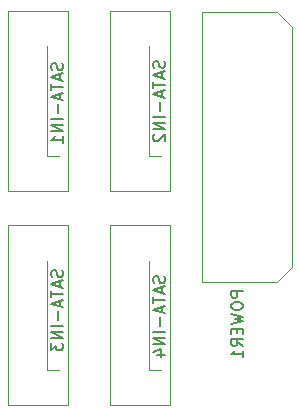
<source format=gbr>
%TF.GenerationSoftware,KiCad,Pcbnew,5.1.9+dfsg1-1~bpo10+1*%
%TF.CreationDate,2021-10-15T10:51:03+08:00*%
%TF.ProjectId,NAS,4e41532e-6b69-4636-9164-5f7063625858,rev?*%
%TF.SameCoordinates,Original*%
%TF.FileFunction,Legend,Bot*%
%TF.FilePolarity,Positive*%
%FSLAX46Y46*%
G04 Gerber Fmt 4.6, Leading zero omitted, Abs format (unit mm)*
G04 Created by KiCad (PCBNEW 5.1.9+dfsg1-1~bpo10+1) date 2021-10-15 10:51:03*
%MOMM*%
%LPD*%
G01*
G04 APERTURE LIST*
%ADD10C,0.120000*%
%ADD11C,0.150000*%
G04 APERTURE END LIST*
D10*
%TO.C,SATA-IN3*%
X70074600Y-88892800D02*
X70074600Y-98152800D01*
X70074600Y-98152800D02*
X71094600Y-98152800D01*
X66776600Y-85902800D02*
X66776600Y-101142800D01*
X66776600Y-101142800D02*
X71856600Y-101142800D01*
X71856600Y-101142800D02*
X71856600Y-85902800D01*
X71856600Y-85902800D02*
X66776600Y-85902800D01*
%TO.C,SATA-IN2*%
X78736000Y-70731800D02*
X78736000Y-79991800D01*
X78736000Y-79991800D02*
X79756000Y-79991800D01*
X75438000Y-67741800D02*
X75438000Y-82981800D01*
X75438000Y-82981800D02*
X80518000Y-82981800D01*
X80518000Y-82981800D02*
X80518000Y-67741800D01*
X80518000Y-67741800D02*
X75438000Y-67741800D01*
%TO.C,SATA-IN1*%
X70074600Y-70731800D02*
X70074600Y-79991800D01*
X70074600Y-79991800D02*
X71094600Y-79991800D01*
X66776600Y-67741800D02*
X66776600Y-82981800D01*
X66776600Y-82981800D02*
X71856600Y-82981800D01*
X71856600Y-82981800D02*
X71856600Y-67741800D01*
X71856600Y-67741800D02*
X66776600Y-67741800D01*
%TO.C,POWER1*%
X89535000Y-90678000D02*
X90805000Y-89408000D01*
X89535000Y-67818000D02*
X90805000Y-69088000D01*
X90805000Y-89408000D02*
X90805000Y-69088000D01*
X83185000Y-90678000D02*
X89535000Y-90678000D01*
X83185000Y-67818000D02*
X83185000Y-90678000D01*
X89535000Y-67818000D02*
X83185000Y-67818000D01*
%TO.C,SATA-IN4*%
X78761400Y-88892800D02*
X78761400Y-98152800D01*
X78761400Y-98152800D02*
X79781400Y-98152800D01*
X75463400Y-85902800D02*
X75463400Y-101142800D01*
X75463400Y-101142800D02*
X80543400Y-101142800D01*
X80543400Y-101142800D02*
X80543400Y-85902800D01*
X80543400Y-85902800D02*
X75463400Y-85902800D01*
%TO.C,SATA-IN3*%
D11*
X71397761Y-89710047D02*
X71445380Y-89852904D01*
X71445380Y-90091000D01*
X71397761Y-90186238D01*
X71350142Y-90233857D01*
X71254904Y-90281476D01*
X71159666Y-90281476D01*
X71064428Y-90233857D01*
X71016809Y-90186238D01*
X70969190Y-90091000D01*
X70921571Y-89900523D01*
X70873952Y-89805285D01*
X70826333Y-89757666D01*
X70731095Y-89710047D01*
X70635857Y-89710047D01*
X70540619Y-89757666D01*
X70493000Y-89805285D01*
X70445380Y-89900523D01*
X70445380Y-90138619D01*
X70493000Y-90281476D01*
X71159666Y-90662428D02*
X71159666Y-91138619D01*
X71445380Y-90567190D02*
X70445380Y-90900523D01*
X71445380Y-91233857D01*
X70445380Y-91424333D02*
X70445380Y-91995761D01*
X71445380Y-91710047D02*
X70445380Y-91710047D01*
X71159666Y-92281476D02*
X71159666Y-92757666D01*
X71445380Y-92186238D02*
X70445380Y-92519571D01*
X71445380Y-92852904D01*
X71064428Y-93186238D02*
X71064428Y-93948142D01*
X71445380Y-94424333D02*
X70445380Y-94424333D01*
X71445380Y-94900523D02*
X70445380Y-94900523D01*
X71445380Y-95471952D01*
X70445380Y-95471952D01*
X70445380Y-95852904D02*
X70445380Y-96471952D01*
X70826333Y-96138619D01*
X70826333Y-96281476D01*
X70873952Y-96376714D01*
X70921571Y-96424333D01*
X71016809Y-96471952D01*
X71254904Y-96471952D01*
X71350142Y-96424333D01*
X71397761Y-96376714D01*
X71445380Y-96281476D01*
X71445380Y-95995761D01*
X71397761Y-95900523D01*
X71350142Y-95852904D01*
%TO.C,SATA-IN2*%
X80033761Y-72006247D02*
X80081380Y-72149104D01*
X80081380Y-72387200D01*
X80033761Y-72482438D01*
X79986142Y-72530057D01*
X79890904Y-72577676D01*
X79795666Y-72577676D01*
X79700428Y-72530057D01*
X79652809Y-72482438D01*
X79605190Y-72387200D01*
X79557571Y-72196723D01*
X79509952Y-72101485D01*
X79462333Y-72053866D01*
X79367095Y-72006247D01*
X79271857Y-72006247D01*
X79176619Y-72053866D01*
X79129000Y-72101485D01*
X79081380Y-72196723D01*
X79081380Y-72434819D01*
X79129000Y-72577676D01*
X79795666Y-72958628D02*
X79795666Y-73434819D01*
X80081380Y-72863390D02*
X79081380Y-73196723D01*
X80081380Y-73530057D01*
X79081380Y-73720533D02*
X79081380Y-74291961D01*
X80081380Y-74006247D02*
X79081380Y-74006247D01*
X79795666Y-74577676D02*
X79795666Y-75053866D01*
X80081380Y-74482438D02*
X79081380Y-74815771D01*
X80081380Y-75149104D01*
X79700428Y-75482438D02*
X79700428Y-76244342D01*
X80081380Y-76720533D02*
X79081380Y-76720533D01*
X80081380Y-77196723D02*
X79081380Y-77196723D01*
X80081380Y-77768152D01*
X79081380Y-77768152D01*
X79176619Y-78196723D02*
X79129000Y-78244342D01*
X79081380Y-78339580D01*
X79081380Y-78577676D01*
X79129000Y-78672914D01*
X79176619Y-78720533D01*
X79271857Y-78768152D01*
X79367095Y-78768152D01*
X79509952Y-78720533D01*
X80081380Y-78149104D01*
X80081380Y-78768152D01*
%TO.C,SATA-IN1*%
X71397761Y-72184047D02*
X71445380Y-72326904D01*
X71445380Y-72565000D01*
X71397761Y-72660238D01*
X71350142Y-72707857D01*
X71254904Y-72755476D01*
X71159666Y-72755476D01*
X71064428Y-72707857D01*
X71016809Y-72660238D01*
X70969190Y-72565000D01*
X70921571Y-72374523D01*
X70873952Y-72279285D01*
X70826333Y-72231666D01*
X70731095Y-72184047D01*
X70635857Y-72184047D01*
X70540619Y-72231666D01*
X70493000Y-72279285D01*
X70445380Y-72374523D01*
X70445380Y-72612619D01*
X70493000Y-72755476D01*
X71159666Y-73136428D02*
X71159666Y-73612619D01*
X71445380Y-73041190D02*
X70445380Y-73374523D01*
X71445380Y-73707857D01*
X70445380Y-73898333D02*
X70445380Y-74469761D01*
X71445380Y-74184047D02*
X70445380Y-74184047D01*
X71159666Y-74755476D02*
X71159666Y-75231666D01*
X71445380Y-74660238D02*
X70445380Y-74993571D01*
X71445380Y-75326904D01*
X71064428Y-75660238D02*
X71064428Y-76422142D01*
X71445380Y-76898333D02*
X70445380Y-76898333D01*
X71445380Y-77374523D02*
X70445380Y-77374523D01*
X71445380Y-77945952D01*
X70445380Y-77945952D01*
X71445380Y-78945952D02*
X71445380Y-78374523D01*
X71445380Y-78660238D02*
X70445380Y-78660238D01*
X70588238Y-78565000D01*
X70683476Y-78469761D01*
X70731095Y-78374523D01*
%TO.C,POWER1*%
X86685380Y-91448285D02*
X85685380Y-91448285D01*
X85685380Y-91829238D01*
X85733000Y-91924476D01*
X85780619Y-91972095D01*
X85875857Y-92019714D01*
X86018714Y-92019714D01*
X86113952Y-91972095D01*
X86161571Y-91924476D01*
X86209190Y-91829238D01*
X86209190Y-91448285D01*
X85685380Y-92638761D02*
X85685380Y-92829238D01*
X85733000Y-92924476D01*
X85828238Y-93019714D01*
X86018714Y-93067333D01*
X86352047Y-93067333D01*
X86542523Y-93019714D01*
X86637761Y-92924476D01*
X86685380Y-92829238D01*
X86685380Y-92638761D01*
X86637761Y-92543523D01*
X86542523Y-92448285D01*
X86352047Y-92400666D01*
X86018714Y-92400666D01*
X85828238Y-92448285D01*
X85733000Y-92543523D01*
X85685380Y-92638761D01*
X85685380Y-93400666D02*
X86685380Y-93638761D01*
X85971095Y-93829238D01*
X86685380Y-94019714D01*
X85685380Y-94257809D01*
X86161571Y-94638761D02*
X86161571Y-94972095D01*
X86685380Y-95114952D02*
X86685380Y-94638761D01*
X85685380Y-94638761D01*
X85685380Y-95114952D01*
X86685380Y-96114952D02*
X86209190Y-95781619D01*
X86685380Y-95543523D02*
X85685380Y-95543523D01*
X85685380Y-95924476D01*
X85733000Y-96019714D01*
X85780619Y-96067333D01*
X85875857Y-96114952D01*
X86018714Y-96114952D01*
X86113952Y-96067333D01*
X86161571Y-96019714D01*
X86209190Y-95924476D01*
X86209190Y-95543523D01*
X86685380Y-97067333D02*
X86685380Y-96495904D01*
X86685380Y-96781619D02*
X85685380Y-96781619D01*
X85828238Y-96686380D01*
X85923476Y-96591142D01*
X85971095Y-96495904D01*
%TO.C,SATA-IN4*%
X80033761Y-90218047D02*
X80081380Y-90360904D01*
X80081380Y-90599000D01*
X80033761Y-90694238D01*
X79986142Y-90741857D01*
X79890904Y-90789476D01*
X79795666Y-90789476D01*
X79700428Y-90741857D01*
X79652809Y-90694238D01*
X79605190Y-90599000D01*
X79557571Y-90408523D01*
X79509952Y-90313285D01*
X79462333Y-90265666D01*
X79367095Y-90218047D01*
X79271857Y-90218047D01*
X79176619Y-90265666D01*
X79129000Y-90313285D01*
X79081380Y-90408523D01*
X79081380Y-90646619D01*
X79129000Y-90789476D01*
X79795666Y-91170428D02*
X79795666Y-91646619D01*
X80081380Y-91075190D02*
X79081380Y-91408523D01*
X80081380Y-91741857D01*
X79081380Y-91932333D02*
X79081380Y-92503761D01*
X80081380Y-92218047D02*
X79081380Y-92218047D01*
X79795666Y-92789476D02*
X79795666Y-93265666D01*
X80081380Y-92694238D02*
X79081380Y-93027571D01*
X80081380Y-93360904D01*
X79700428Y-93694238D02*
X79700428Y-94456142D01*
X80081380Y-94932333D02*
X79081380Y-94932333D01*
X80081380Y-95408523D02*
X79081380Y-95408523D01*
X80081380Y-95979952D01*
X79081380Y-95979952D01*
X79414714Y-96884714D02*
X80081380Y-96884714D01*
X79033761Y-96646619D02*
X79748047Y-96408523D01*
X79748047Y-97027571D01*
%TD*%
M02*

</source>
